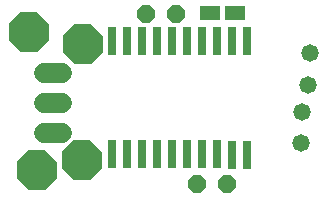
<source format=gts>
G75*
G70*
%OFA0B0*%
%FSLAX24Y24*%
%IPPOS*%
%LPD*%
%AMOC8*
5,1,8,0,0,1.08239X$1,22.5*
%
%ADD10R,0.0316X0.0946*%
%ADD11C,0.0580*%
%ADD12R,0.0671X0.0474*%
%ADD13C,0.0680*%
%ADD14OC8,0.1320*%
%ADD15OC8,0.0600*%
D10*
X010550Y002070D03*
X011050Y002070D03*
X011550Y002070D03*
X012050Y002070D03*
X012550Y002070D03*
X013050Y002070D03*
X013550Y002070D03*
X014050Y002070D03*
X014550Y002060D03*
X015050Y002060D03*
X015050Y005840D03*
X014550Y005840D03*
X014050Y005840D03*
X013550Y005840D03*
X013050Y005840D03*
X012550Y005840D03*
X012050Y005840D03*
X011550Y005840D03*
X011050Y005840D03*
X010550Y005840D03*
D11*
X017150Y005450D03*
X017100Y004400D03*
X016900Y003500D03*
X016850Y002450D03*
D12*
X014664Y006800D03*
X013836Y006800D03*
D13*
X008900Y004800D02*
X008300Y004800D01*
X008300Y003800D02*
X008900Y003800D01*
X008900Y002800D02*
X008300Y002800D01*
D14*
X008050Y001550D03*
X009550Y001900D03*
X009600Y005750D03*
X007800Y006150D03*
D15*
X011700Y006750D03*
X012700Y006750D03*
X013400Y001100D03*
X014400Y001100D03*
M02*

</source>
